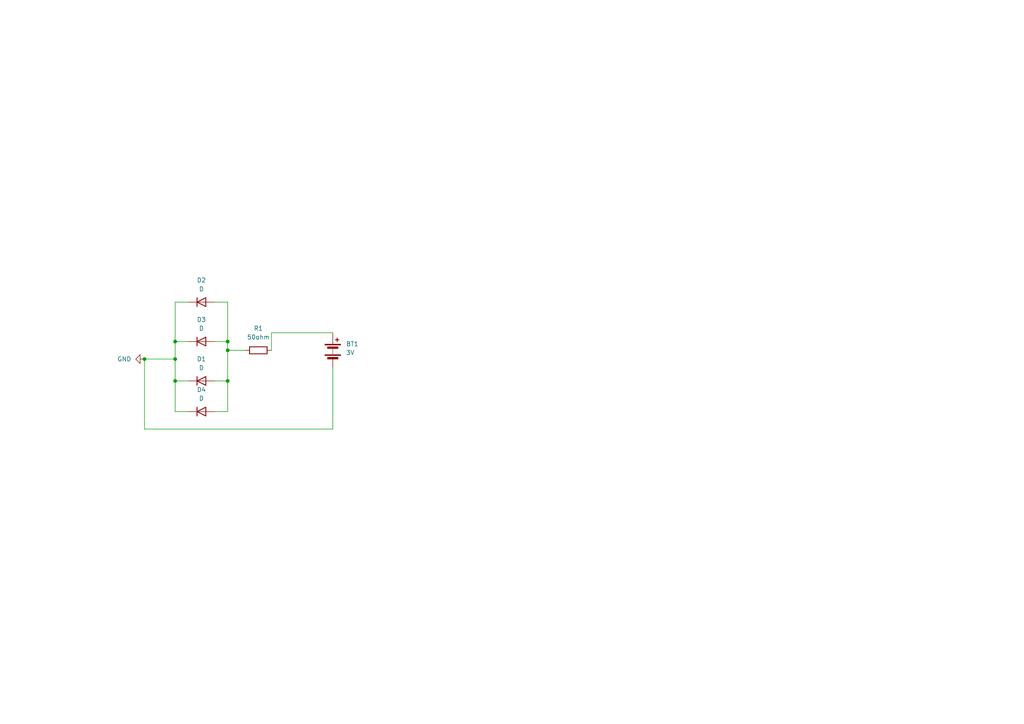
<source format=kicad_sch>
(kicad_sch (version 20250114) (generator "eeschema") (generator_version "9.0")
  (paper "A4")
  (lib_symbols
    (symbol "Device:Battery" (pin_numbers (hide yes)) (pin_names (offset 0) (hide yes))
      (property "Reference" "BT" (at 2.54 2.54 0))
      (property "Value" "Battery" (at 2.54 0 0))
      (symbol "Battery_0_1"
        (rectangle (start -2.286 1.778) (end 2.286 1.524) (fill (type outline)))
        (rectangle (start -2.286 -1.27) (end 2.286 -1.524) (fill (type outline)))
        (rectangle (start -1.524 1.016) (end 1.524 0.508) (fill (type outline)))
        (rectangle (start -1.524 -2.032) (end 1.524 -2.54) (fill (type outline)))
        (polyline (pts (xy 0 1.778) (xy 0 2.54)))
        (polyline (pts (xy 0 0) (xy 0 0.254)))
        (polyline (pts (xy 0 -0.508) (xy 0 -0.254)))
        (polyline (pts (xy 0 -1.016) (xy 0 -0.762)))
        (polyline (pts (xy 0.762 3.048) (xy 1.778 3.048)) (stroke (width 0.254)))
        (polyline (pts (xy 1.27 3.556) (xy 1.27 2.54)) (stroke (width 0.254)))
      )
      (symbol "Battery_1_1"
        (pin passive line (at 0 5.08 270) (length 2.54) (name "+") (number "1"))
        (pin passive line (at 0 -5.08 90) (length 2.54) (name "-") (number "2"))
      )
    )
    (symbol "Device:D" (pin_numbers (hide yes)) (pin_names (offset 1.016) (hide yes))
      (property "Reference" "D" (at 0 2.54 0))
      (property "Value" "D" (at 0 -2.54 0))
      (symbol "D_0_1"
        (polyline (pts (xy -1.27 1.27) (xy -1.27 -1.27)) (stroke (width 0.254)))
        (polyline (pts (xy 1.27 1.27) (xy 1.27 -1.27) (xy -1.27 0) (xy 1.27 1.27)) (stroke (width 0.254)))
        (polyline (pts (xy 1.27 0) (xy -1.27 0)))
      )
      (symbol "D_1_1"
        (pin passive line (at -3.81 0 0) (length 2.54) (name "K") (number "1"))
        (pin passive line (at 3.81 0 180) (length 2.54) (name "A") (number "2"))
      )
    )
    (symbol "Device:R" (pin_numbers (hide yes)) (pin_names (offset 0))
      (property "Reference" "R" (at 2.032 0 90))
      (property "Value" "R" (at 0 0 90))
      (symbol "R_0_1"
        (rectangle (start -1.016 -2.54) (end 1.016 2.54) (stroke (width 0.254)))
      )
      (symbol "R_1_1"
        (pin passive line (at 0 3.81 270) (length 1.27) (name "~") (number "1"))
        (pin passive line (at 0 -3.81 90) (length 1.27) (name "~") (number "2"))
      )
    )
    (symbol "power:GND" (power) (pin_numbers (hide yes)) (pin_names (offset 0) (hide yes))
      (property "Value" "GND" (at 0 -3.81 0))
      (symbol "GND_0_1"
        (polyline (pts (xy 0 0) (xy 0 -1.27) (xy 1.27 -1.27) (xy 0 -2.54) (xy -1.27 -1.27) (xy 0 -1.27)))
      )
      (symbol "GND_1_1"
        (pin power_in line (at 0 0 270) (length 0) (name "~") (number "1"))
      )
    )
  )
  (junction (at 50.8 99.06))
  (junction (at 66.04 110.49))
  (junction (at 66.04 101.6))
  (junction (at 41.91 104.14))
  (junction (at 50.8 110.49))
  (junction (at 50.8 104.14))
  (junction (at 66.04 99.06))
  (wire (pts (xy 66.04 101.6) (xy 66.04 110.49)))
  (wire (pts (xy 78.74 96.52) (xy 78.74 101.6)))
  (wire (pts (xy 66.04 99.06) (xy 66.04 87.63)))
  (wire (pts (xy 96.52 124.46) (xy 41.91 124.46)))
  (wire (pts (xy 54.61 119.38) (xy 50.8 119.38)))
  (wire (pts (xy 50.8 119.38) (xy 50.8 110.49)))
  (wire (pts (xy 62.23 99.06) (xy 66.04 99.06)))
  (wire (pts (xy 41.91 124.46) (xy 41.91 104.14)))
  (wire (pts (xy 66.04 101.6) (xy 66.04 99.06)))
  (wire (pts (xy 50.8 110.49) (xy 54.61 110.49)))
  (wire (pts (xy 50.8 99.06) (xy 50.8 87.63)))
  (wire (pts (xy 66.04 110.49) (xy 66.04 119.38)))
  (wire (pts (xy 71.12 101.6) (xy 66.04 101.6)))
  (wire (pts (xy 62.23 119.38) (xy 66.04 119.38)))
  (wire (pts (xy 50.8 104.14) (xy 50.8 99.06)))
  (wire (pts (xy 62.23 110.49) (xy 66.04 110.49)))
  (wire (pts (xy 96.52 96.52) (xy 78.74 96.52)))
  (wire (pts (xy 96.52 106.68) (xy 96.52 124.46)))
  (wire (pts (xy 62.23 87.63) (xy 66.04 87.63)))
  (wire (pts (xy 50.8 99.06) (xy 54.61 99.06)))
  (wire (pts (xy 41.91 104.14) (xy 50.8 104.14)))
  (wire (pts (xy 50.8 110.49) (xy 50.8 104.14)))
  (wire (pts (xy 50.8 87.63) (xy 54.61 87.63)))
  (symbol (lib_id "Device:R") (at 74.93 101.6 90) (unit 1)
    (property "Reference" "R1" (at 74.93 95.25 90))
    (property "Value" "50ohm" (at 74.93 97.79 90))
    (property "Footprint" "Resistor_THT:R_Axial_DIN0204_L3.6mm_D1.6mm_P5.08mm_Horizontal" (effects (hide yes)))
    (property "Description" "Resistor" (effects (hide yes)))
  )
  (symbol (lib_id "power:GND") (at 41.91 104.14 270) (unit 1)
    (property "Reference" "#PWR01" (effects (hide yes)))
    (property "Value" "GND" (at 38.1 104.1399 90) (effects (justify right)))
    (property "Description" "Power symbol creates a global label with name \"GND\" , ground" (effects (hide yes)))
  )
  (symbol (lib_id "Device:D") (at 58.42 87.63 0) (unit 1)
    (property "Reference" "D2" (at 58.42 81.28 0))
    (property "Value" "D" (at 58.42 83.82 0))
    (property "Footprint" "Diode_SMD:D_0402_1005Metric" (effects (hide yes)))
    (property "Description" "Diode" (effects (hide yes)))
    (property "Sim.Device" "D" (effects (hide yes)))
    (property "Sim.Pins" "1=K 2=A" (effects (hide yes)))
  )
  (symbol (lib_id "Device:D") (at 58.42 99.06 0) (unit 1)
    (property "Reference" "D3" (at 58.42 92.71 0))
    (property "Value" "D" (at 58.42 95.25 0))
    (property "Footprint" "Diode_THT:D_DO-15_P3.81mm_Vertical_KathodeUp" (effects (hide yes)))
    (property "Description" "Diode" (effects (hide yes)))
    (property "Sim.Device" "D" (effects (hide yes)))
    (property "Sim.Pins" "1=K 2=A" (effects (hide yes)))
  )
  (symbol (lib_id "Device:D") (at 58.42 110.49 0) (unit 1)
    (property "Reference" "D1" (at 58.42 104.14 0))
    (property "Value" "D" (at 58.42 106.68 0))
    (property "Footprint" "Diode_SMD:D_0402_1005Metric" (effects (hide yes)))
    (property "Description" "Diode" (effects (hide yes)))
    (property "Sim.Device" "D" (effects (hide yes)))
    (property "Sim.Pins" "1=K 2=A" (effects (hide yes)))
  )
  (symbol (lib_id "Device:Battery") (at 96.52 101.6 0) (unit 1)
    (property "Reference" "BT1" (at 100.33 99.7584 0) (effects (justify left)))
    (property "Value" "3V" (at 100.33 102.2984 0) (effects (justify left)))
    (property "Footprint" "Connector_PinHeader_1.00mm:PinHeader_1x02_P1.00mm_Vertical" (effects (hide yes)))
    (property "Description" "Multiple-cell battery" (effects (hide yes)))
  )
  (symbol (lib_id "Device:D") (at 58.42 119.38 0) (unit 1)
    (property "Reference" "D4" (at 58.42 113.03 0))
    (property "Value" "D" (at 58.42 115.57 0))
    (property "Footprint" "Diode_THT:D_DO-15_P3.81mm_Vertical_KathodeUp" (effects (hide yes)))
    (property "Description" "Diode" (effects (hide yes)))
    (property "Sim.Device" "D" (effects (hide yes)))
    (property "Sim.Pins" "1=K 2=A" (effects (hide yes)))
  )
)
</source>
